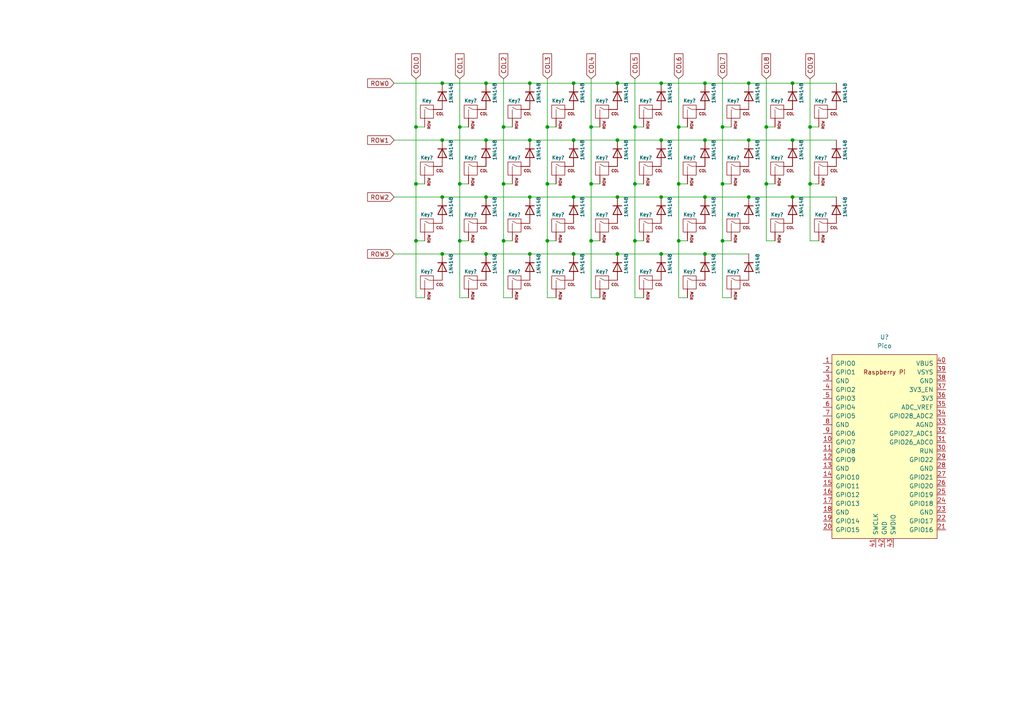
<source format=kicad_sch>
(kicad_sch (version 20211123) (generator eeschema)
  (paper "A4")
  (lib_symbols
    (symbol "Diode:1N4148" (pin_numbers hide) (pin_names hide)
      (property "Reference" "D" (at 0 2.54 0))
      (property "Value" "1N4148" (at 0 -2.54 0))
      (symbol "1N4148_0_1"
        (polyline (pts (xy -1.27 1.27) (xy -1.27 -1.27)) (stroke (width 0.254)))
        (polyline (pts (xy 1.27 0) (xy -1.27 0)))
        (polyline (pts (xy 1.27 1.27) (xy 1.27 -1.27) (xy -1.27 0) (xy 1.27 1.27)) (stroke (width 0.254)))
      )
      (symbol "1N4148_1_1"
        (pin passive line (at -3.81 0 0) (length 2.54) (name "K") (number "1"))
        (pin passive line (at 3.81 0 180) (length 2.54) (name "A") (number "2"))
      )
    )
    (symbol "MCU_RaspberryPi_and_Boards:Pico" (pin_names (offset 1.016))
      (property "Reference" "U" (at -13.97 27.94 0))
      (property "Value" "Pico" (at 0 19.05 0))
      (symbol "Pico_0_0"
        (text "Raspberry Pi" (at 0 21.59 0) (effects (font (size 1.27 1.27))))
      )
      (symbol "Pico_0_1"
        (rectangle (start -15.24 26.67) (end 15.24 -26.67) (fill (type background)))
      )
      (symbol "Pico_1_1"
        (pin bidirectional line (at -17.78 24.13 0) (length 2.54) (name "GPIO0") (number "1"))
        (pin bidirectional line (at -17.78 1.27 0) (length 2.54) (name "GPIO7") (number "10"))
        (pin bidirectional line (at -17.78 -1.27 0) (length 2.54) (name "GPIO8") (number "11"))
        (pin bidirectional line (at -17.78 -3.81 0) (length 2.54) (name "GPIO9") (number "12"))
        (pin power_in line (at -17.78 -6.35 0) (length 2.54) (name "GND") (number "13"))
        (pin bidirectional line (at -17.78 -8.89 0) (length 2.54) (name "GPIO10") (number "14"))
        (pin bidirectional line (at -17.78 -11.43 0) (length 2.54) (name "GPIO11") (number "15"))
        (pin bidirectional line (at -17.78 -13.97 0) (length 2.54) (name "GPIO12") (number "16"))
        (pin bidirectional line (at -17.78 -16.51 0) (length 2.54) (name "GPIO13") (number "17"))
        (pin power_in line (at -17.78 -19.05 0) (length 2.54) (name "GND") (number "18"))
        (pin bidirectional line (at -17.78 -21.59 0) (length 2.54) (name "GPIO14") (number "19"))
        (pin bidirectional line (at -17.78 21.59 0) (length 2.54) (name "GPIO1") (number "2"))
        (pin bidirectional line (at -17.78 -24.13 0) (length 2.54) (name "GPIO15") (number "20"))
        (pin bidirectional line (at 17.78 -24.13 180) (length 2.54) (name "GPIO16") (number "21"))
        (pin bidirectional line (at 17.78 -21.59 180) (length 2.54) (name "GPIO17") (number "22"))
        (pin power_in line (at 17.78 -19.05 180) (length 2.54) (name "GND") (number "23"))
        (pin bidirectional line (at 17.78 -16.51 180) (length 2.54) (name "GPIO18") (number "24"))
        (pin bidirectional line (at 17.78 -13.97 180) (length 2.54) (name "GPIO19") (number "25"))
        (pin bidirectional line (at 17.78 -11.43 180) (length 2.54) (name "GPIO20") (number "26"))
        (pin bidirectional line (at 17.78 -8.89 180) (length 2.54) (name "GPIO21") (number "27"))
        (pin power_in line (at 17.78 -6.35 180) (length 2.54) (name "GND") (number "28"))
        (pin bidirectional line (at 17.78 -3.81 180) (length 2.54) (name "GPIO22") (number "29"))
        (pin power_in line (at -17.78 19.05 0) (length 2.54) (name "GND") (number "3"))
        (pin input line (at 17.78 -1.27 180) (length 2.54) (name "RUN") (number "30"))
        (pin bidirectional line (at 17.78 1.27 180) (length 2.54) (name "GPIO26_ADC0") (number "31"))
        (pin bidirectional line (at 17.78 3.81 180) (length 2.54) (name "GPIO27_ADC1") (number "32"))
        (pin power_in line (at 17.78 6.35 180) (length 2.54) (name "AGND") (number "33"))
        (pin bidirectional line (at 17.78 8.89 180) (length 2.54) (name "GPIO28_ADC2") (number "34"))
        (pin unspecified line (at 17.78 11.43 180) (length 2.54) (name "ADC_VREF") (number "35"))
        (pin unspecified line (at 17.78 13.97 180) (length 2.54) (name "3V3") (number "36"))
        (pin input line (at 17.78 16.51 180) (length 2.54) (name "3V3_EN") (number "37"))
        (pin bidirectional line (at 17.78 19.05 180) (length 2.54) (name "GND") (number "38"))
        (pin unspecified line (at 17.78 21.59 180) (length 2.54) (name "VSYS") (number "39"))
        (pin bidirectional line (at -17.78 16.51 0) (length 2.54) (name "GPIO2") (number "4"))
        (pin unspecified line (at 17.78 24.13 180) (length 2.54) (name "VBUS") (number "40"))
        (pin input line (at -2.54 -29.21 90) (length 2.54) (name "SWCLK") (number "41"))
        (pin power_in line (at 0 -29.21 90) (length 2.54) (name "GND") (number "42"))
        (pin bidirectional line (at 2.54 -29.21 90) (length 2.54) (name "SWDIO") (number "43"))
        (pin bidirectional line (at -17.78 13.97 0) (length 2.54) (name "GPIO3") (number "5"))
        (pin bidirectional line (at -17.78 11.43 0) (length 2.54) (name "GPIO4") (number "6"))
        (pin bidirectional line (at -17.78 8.89 0) (length 2.54) (name "GPIO5") (number "7"))
        (pin power_in line (at -17.78 6.35 0) (length 2.54) (name "GND") (number "8"))
        (pin bidirectional line (at -17.78 3.81 0) (length 2.54) (name "GPIO6") (number "9"))
      )
    )
    (symbol "MX_Alps_Hybrid:MX-NoLED" (pin_names (offset 1.016))
      (property "Reference" "MX" (at -0.635 3.81 0))
      (property "Value" "MX-NoLED" (at -0.635 1.27 0))
      (symbol "MX-NoLED_0_0"
        (rectangle (start -2.54 2.54) (end 1.27 -1.27))
        (polyline (pts (xy -1.27 -1.27) (xy -1.27 1.27)) (stroke (width 0.127)))
        (polyline (pts (xy 1.27 1.27) (xy 0 1.27) (xy -1.27 1.905)) (stroke (width 0.127)))
        (text "COL" (at 3.175 0 0) (effects (font (size 0.762 0.762))))
        (text "ROW" (at 0 -1.905 900) (effects (font (size 0.762 0.762)) (justify right)))
      )
      (symbol "MX-NoLED_1_1"
        (pin passive line (at 3.81 1.27 180) (length 2.54) (name "COL") (number "1"))
        (pin passive line (at -1.27 -3.81 90) (length 2.54) (name "ROW") (number "2"))
      )
    )
  )
  (junction (at 153.67 40.64))
  (junction (at 166.37 57.15))
  (junction (at 146.05 69.85))
  (junction (at 120.65 69.85))
  (junction (at 209.55 53.34))
  (junction (at 196.85 36.83))
  (junction (at 140.97 24.13))
  (junction (at 196.85 53.34))
  (junction (at 158.75 36.83))
  (junction (at 191.77 40.64))
  (junction (at 158.75 53.34))
  (junction (at 153.67 24.13))
  (junction (at 166.37 73.66))
  (junction (at 217.17 40.64))
  (junction (at 179.07 24.13))
  (junction (at 179.07 57.15))
  (junction (at 179.07 73.66))
  (junction (at 133.35 53.34))
  (junction (at 229.87 24.13))
  (junction (at 146.05 36.83))
  (junction (at 140.97 40.64))
  (junction (at 217.17 57.15))
  (junction (at 191.77 57.15))
  (junction (at 234.95 36.83))
  (junction (at 184.15 53.34))
  (junction (at 171.45 69.85))
  (junction (at 133.35 36.83))
  (junction (at 204.47 24.13))
  (junction (at 229.87 57.15))
  (junction (at 128.27 24.13))
  (junction (at 204.47 73.66))
  (junction (at 184.15 69.85))
  (junction (at 133.35 69.85))
  (junction (at 204.47 40.64))
  (junction (at 120.65 36.83))
  (junction (at 222.25 36.83))
  (junction (at 140.97 73.66))
  (junction (at 153.67 57.15))
  (junction (at 166.37 40.64))
  (junction (at 222.25 53.34))
  (junction (at 146.05 53.34))
  (junction (at 179.07 40.64))
  (junction (at 128.27 73.66))
  (junction (at 120.65 53.34))
  (junction (at 229.87 40.64))
  (junction (at 153.67 73.66))
  (junction (at 217.17 24.13))
  (junction (at 209.55 36.83))
  (junction (at 158.75 69.85))
  (junction (at 171.45 36.83))
  (junction (at 184.15 36.83))
  (junction (at 166.37 24.13))
  (junction (at 128.27 57.15))
  (junction (at 209.55 69.85))
  (junction (at 191.77 73.66))
  (junction (at 204.47 57.15))
  (junction (at 171.45 53.34))
  (junction (at 191.77 24.13))
  (junction (at 128.27 40.64))
  (junction (at 140.97 57.15))
  (junction (at 234.95 53.34))
  (junction (at 196.85 69.85))
  (wire (pts (xy 128.27 57.15) (xy 140.97 57.15)))
  (wire (pts (xy 153.67 24.13) (xy 166.37 24.13)))
  (wire (pts (xy 209.55 53.34) (xy 212.09 53.34)))
  (wire (pts (xy 171.45 53.34) (xy 173.99 53.34)))
  (wire (pts (xy 171.45 22.86) (xy 171.45 36.83)))
  (wire (pts (xy 133.35 53.34) (xy 135.89 53.34)))
  (wire (pts (xy 133.35 69.85) (xy 133.35 53.34)))
  (wire (pts (xy 120.65 53.34) (xy 120.65 36.83)))
  (wire (pts (xy 184.15 86.36) (xy 186.69 86.36)))
  (wire (pts (xy 209.55 36.83) (xy 212.09 36.83)))
  (wire (pts (xy 209.55 22.86) (xy 209.55 36.83)))
  (wire (pts (xy 146.05 69.85) (xy 148.59 69.85)))
  (wire (pts (xy 234.95 53.34) (xy 234.95 36.83)))
  (wire (pts (xy 184.15 53.34) (xy 184.15 36.83)))
  (wire (pts (xy 196.85 53.34) (xy 199.39 53.34)))
  (wire (pts (xy 166.37 24.13) (xy 179.07 24.13)))
  (wire (pts (xy 191.77 40.64) (xy 204.47 40.64)))
  (wire (pts (xy 146.05 22.86) (xy 146.05 36.83)))
  (wire (pts (xy 171.45 69.85) (xy 173.99 69.85)))
  (wire (pts (xy 158.75 86.36) (xy 161.29 86.36)))
  (wire (pts (xy 234.95 22.86) (xy 234.95 36.83)))
  (wire (pts (xy 184.15 36.83) (xy 186.69 36.83)))
  (wire (pts (xy 222.25 36.83) (xy 224.79 36.83)))
  (wire (pts (xy 196.85 69.85) (xy 196.85 53.34)))
  (wire (pts (xy 146.05 53.34) (xy 146.05 36.83)))
  (wire (pts (xy 191.77 73.66) (xy 204.47 73.66)))
  (wire (pts (xy 146.05 86.36) (xy 146.05 69.85)))
  (wire (pts (xy 234.95 69.85) (xy 234.95 53.34)))
  (wire (pts (xy 217.17 24.13) (xy 229.87 24.13)))
  (wire (pts (xy 140.97 40.64) (xy 153.67 40.64)))
  (wire (pts (xy 133.35 69.85) (xy 135.89 69.85)))
  (wire (pts (xy 171.45 86.36) (xy 171.45 69.85)))
  (wire (pts (xy 196.85 86.36) (xy 196.85 69.85)))
  (wire (pts (xy 166.37 73.66) (xy 179.07 73.66)))
  (wire (pts (xy 184.15 69.85) (xy 186.69 69.85)))
  (wire (pts (xy 146.05 86.36) (xy 148.59 86.36)))
  (wire (pts (xy 209.55 53.34) (xy 209.55 36.83)))
  (wire (pts (xy 158.75 53.34) (xy 161.29 53.34)))
  (wire (pts (xy 158.75 69.85) (xy 161.29 69.85)))
  (wire (pts (xy 158.75 36.83) (xy 161.29 36.83)))
  (wire (pts (xy 191.77 57.15) (xy 204.47 57.15)))
  (wire (pts (xy 158.75 86.36) (xy 158.75 69.85)))
  (wire (pts (xy 114.3 57.15) (xy 128.27 57.15)))
  (wire (pts (xy 204.47 73.66) (xy 217.17 73.66)))
  (wire (pts (xy 222.25 53.34) (xy 224.79 53.34)))
  (wire (pts (xy 204.47 57.15) (xy 217.17 57.15)))
  (wire (pts (xy 171.45 86.36) (xy 173.99 86.36)))
  (wire (pts (xy 234.95 69.85) (xy 237.49 69.85)))
  (wire (pts (xy 204.47 24.13) (xy 217.17 24.13)))
  (wire (pts (xy 191.77 24.13) (xy 204.47 24.13)))
  (wire (pts (xy 128.27 73.66) (xy 140.97 73.66)))
  (wire (pts (xy 128.27 24.13) (xy 140.97 24.13)))
  (wire (pts (xy 128.27 40.64) (xy 140.97 40.64)))
  (wire (pts (xy 229.87 40.64) (xy 242.57 40.64)))
  (wire (pts (xy 140.97 57.15) (xy 153.67 57.15)))
  (wire (pts (xy 184.15 22.86) (xy 184.15 36.83)))
  (wire (pts (xy 158.75 22.86) (xy 158.75 36.83)))
  (wire (pts (xy 140.97 24.13) (xy 153.67 24.13)))
  (wire (pts (xy 217.17 57.15) (xy 229.87 57.15)))
  (wire (pts (xy 114.3 24.13) (xy 128.27 24.13)))
  (wire (pts (xy 209.55 69.85) (xy 209.55 53.34)))
  (wire (pts (xy 158.75 69.85) (xy 158.75 53.34)))
  (wire (pts (xy 222.25 22.86) (xy 222.25 36.83)))
  (wire (pts (xy 120.65 86.36) (xy 120.65 69.85)))
  (wire (pts (xy 133.35 36.83) (xy 135.89 36.83)))
  (wire (pts (xy 171.45 69.85) (xy 171.45 53.34)))
  (wire (pts (xy 114.3 40.64) (xy 128.27 40.64)))
  (wire (pts (xy 209.55 69.85) (xy 212.09 69.85)))
  (wire (pts (xy 133.35 86.36) (xy 135.89 86.36)))
  (wire (pts (xy 146.05 69.85) (xy 146.05 53.34)))
  (wire (pts (xy 204.47 40.64) (xy 217.17 40.64)))
  (wire (pts (xy 222.25 69.85) (xy 222.25 53.34)))
  (wire (pts (xy 179.07 57.15) (xy 191.77 57.15)))
  (wire (pts (xy 133.35 86.36) (xy 133.35 69.85)))
  (wire (pts (xy 179.07 40.64) (xy 191.77 40.64)))
  (wire (pts (xy 196.85 36.83) (xy 199.39 36.83)))
  (wire (pts (xy 217.17 40.64) (xy 229.87 40.64)))
  (wire (pts (xy 234.95 36.83) (xy 237.49 36.83)))
  (wire (pts (xy 166.37 40.64) (xy 179.07 40.64)))
  (wire (pts (xy 158.75 53.34) (xy 158.75 36.83)))
  (wire (pts (xy 153.67 57.15) (xy 166.37 57.15)))
  (wire (pts (xy 120.65 36.83) (xy 123.19 36.83)))
  (wire (pts (xy 153.67 73.66) (xy 166.37 73.66)))
  (wire (pts (xy 120.65 69.85) (xy 120.65 53.34)))
  (wire (pts (xy 120.65 22.86) (xy 120.65 36.83)))
  (wire (pts (xy 196.85 53.34) (xy 196.85 36.83)))
  (wire (pts (xy 229.87 24.13) (xy 242.57 24.13)))
  (wire (pts (xy 196.85 69.85) (xy 199.39 69.85)))
  (wire (pts (xy 120.65 86.36) (xy 123.19 86.36)))
  (wire (pts (xy 166.37 57.15) (xy 179.07 57.15)))
  (wire (pts (xy 133.35 53.34) (xy 133.35 36.83)))
  (wire (pts (xy 114.3 73.66) (xy 128.27 73.66)))
  (wire (pts (xy 171.45 53.34) (xy 171.45 36.83)))
  (wire (pts (xy 179.07 73.66) (xy 191.77 73.66)))
  (wire (pts (xy 184.15 69.85) (xy 184.15 53.34)))
  (wire (pts (xy 140.97 73.66) (xy 153.67 73.66)))
  (wire (pts (xy 184.15 53.34) (xy 186.69 53.34)))
  (wire (pts (xy 234.95 53.34) (xy 237.49 53.34)))
  (wire (pts (xy 171.45 36.83) (xy 173.99 36.83)))
  (wire (pts (xy 120.65 69.85) (xy 123.19 69.85)))
  (wire (pts (xy 179.07 24.13) (xy 191.77 24.13)))
  (wire (pts (xy 146.05 53.34) (xy 148.59 53.34)))
  (wire (pts (xy 146.05 36.83) (xy 148.59 36.83)))
  (wire (pts (xy 196.85 86.36) (xy 199.39 86.36)))
  (wire (pts (xy 196.85 22.86) (xy 196.85 36.83)))
  (wire (pts (xy 229.87 57.15) (xy 242.57 57.15)))
  (wire (pts (xy 209.55 86.36) (xy 212.09 86.36)))
  (wire (pts (xy 209.55 86.36) (xy 209.55 69.85)))
  (wire (pts (xy 184.15 86.36) (xy 184.15 69.85)))
  (wire (pts (xy 222.25 69.85) (xy 224.79 69.85)))
  (wire (pts (xy 222.25 53.34) (xy 222.25 36.83)))
  (wire (pts (xy 153.67 40.64) (xy 166.37 40.64)))
  (wire (pts (xy 120.65 53.34) (xy 123.19 53.34)))
  (wire (pts (xy 133.35 22.86) (xy 133.35 36.83)))
  (global_label "COL4" (shape input) (at 171.45 22.86 90) (property "Intersheet References" "${INTERSHEET_REFS}" (effects hide)))
  (global_label "COL1" (shape input) (at 133.35 22.86 90) (property "Intersheet References" "${INTERSHEET_REFS}" (effects hide)))
  (global_label "ROW0" (shape input) (at 114.3 24.13 180) (property "Intersheet References" "${INTERSHEET_REFS}" (effects hide)))
  (global_label "ROW3" (shape input) (at 114.3 73.66 180) (property "Intersheet References" "${INTERSHEET_REFS}" (effects hide)))
  (global_label "COL2" (shape input) (at 146.05 22.86 90) (property "Intersheet References" "${INTERSHEET_REFS}" (effects hide)))
  (global_label "COL0" (shape input) (at 120.65 22.86 90) (property "Intersheet References" "${INTERSHEET_REFS}" (effects hide)))
  (global_label "ROW2" (shape input) (at 114.3 57.15 180) (property "Intersheet References" "${INTERSHEET_REFS}" (effects hide)))
  (global_label "COL7" (shape input) (at 209.55 22.86 90) (property "Intersheet References" "${INTERSHEET_REFS}" (effects hide)))
  (global_label "COL8" (shape input) (at 222.25 22.86 90) (property "Intersheet References" "${INTERSHEET_REFS}" (effects hide)))
  (global_label "COL9" (shape input) (at 234.95 22.86 90) (property "Intersheet References" "${INTERSHEET_REFS}" (effects hide)))
  (global_label "ROW1" (shape input) (at 114.3 40.64 180) (property "Intersheet References" "${INTERSHEET_REFS}" (effects hide)))
  (global_label "COL6" (shape input) (at 196.85 22.86 90) (property "Intersheet References" "${INTERSHEET_REFS}" (effects hide)))
  (global_label "COL3" (shape input) (at 158.75 22.86 90) (property "Intersheet References" "${INTERSHEET_REFS}" (effects hide)))
  (global_label "COL5" (shape input) (at 184.15 22.86 90) (property "Intersheet References" "${INTERSHEET_REFS}" (effects hide)))
  (symbol (lib_id "Diode:1N4148") (at 191.77 27.94 270) (unit 1)
    (property "Reference" "D?" (effects hide))
    (property "Value" "1N4148" (at 194.31 30 0) (effects (font (size 1 1)) (justify right)))
    (property "Footprint" "Diode_THT:D_DO-35_SOD27_P7.62mm_Horizontal" (effects hide))
    (property "Datasheet" "https://assets.nexperia.com/documents/data-sheet/1N4148_1N4448.pdf" (effects hide))
  )
  (symbol (lib_id "MX_Alps_Hybrid:MX-NoLED") (at 149.86 82.55 0) (unit 1)
    (property "Reference" "Key?" (at 149.2 78.74 0) (effects (font (size 1 1))))
    (property "Value" "no-led" (effects hide))
  )
  (symbol (lib_id "MX_Alps_Hybrid:MX-NoLED") (at 187.96 49.53 0) (unit 1)
    (property "Reference" "Key?" (at 187.3 45.72 0) (effects (font (size 1 1))))
    (property "Value" "no-led" (effects hide))
  )
  (symbol (lib_id "Diode:1N4148") (at 217.17 77.47 270) (unit 1)
    (property "Reference" "D?" (effects hide))
    (property "Value" "1N4148" (at 219.71 79.53 0) (effects (font (size 1 1)) (justify right)))
    (property "Footprint" "Diode_THT:D_DO-35_SOD27_P7.62mm_Horizontal" (effects hide))
    (property "Datasheet" "https://assets.nexperia.com/documents/data-sheet/1N4148_1N4448.pdf" (effects hide))
  )
  (symbol (lib_id "Diode:1N4148") (at 153.67 27.94 270) (unit 1)
    (property "Reference" "D?" (effects hide))
    (property "Value" "1N4148" (at 156.21 30 0) (effects (font (size 1 1)) (justify right)))
    (property "Footprint" "Diode_THT:D_DO-35_SOD27_P7.62mm_Horizontal" (effects hide))
    (property "Datasheet" "https://assets.nexperia.com/documents/data-sheet/1N4148_1N4448.pdf" (effects hide))
  )
  (symbol (lib_id "Diode:1N4148") (at 204.47 27.94 270) (unit 1)
    (property "Reference" "D?" (effects hide))
    (property "Value" "1N4148" (at 207.01 30 0) (effects (font (size 1 1)) (justify right)))
    (property "Footprint" "Diode_THT:D_DO-35_SOD27_P7.62mm_Horizontal" (effects hide))
    (property "Datasheet" "https://assets.nexperia.com/documents/data-sheet/1N4148_1N4448.pdf" (effects hide))
  )
  (symbol (lib_id "MX_Alps_Hybrid:MX-NoLED") (at 238.76 66.04 0) (unit 1)
    (property "Reference" "Key?" (at 238.1 62.23 0) (effects (font (size 1 1))))
    (property "Value" "no-led" (effects hide))
  )
  (symbol (lib_id "Diode:1N4148") (at 217.17 44.45 270) (unit 1)
    (property "Reference" "D?" (effects hide))
    (property "Value" "1N4148" (at 219.71 46.51 0) (effects (font (size 1 1)) (justify right)))
    (property "Footprint" "Diode_THT:D_DO-35_SOD27_P7.62mm_Horizontal" (effects hide))
    (property "Datasheet" "https://assets.nexperia.com/documents/data-sheet/1N4148_1N4448.pdf" (effects hide))
  )
  (symbol (lib_id "Diode:1N4148") (at 140.97 60.96 270) (unit 1)
    (property "Reference" "D?" (effects hide))
    (property "Value" "1N4148" (at 143.51 63.02 0) (effects (font (size 1 1)) (justify right)))
    (property "Footprint" "Diode_THT:D_DO-35_SOD27_P7.62mm_Horizontal" (effects hide))
    (property "Datasheet" "https://assets.nexperia.com/documents/data-sheet/1N4148_1N4448.pdf" (effects hide))
  )
  (symbol (lib_id "Diode:1N4148") (at 166.37 77.47 270) (unit 1)
    (property "Reference" "D?" (effects hide))
    (property "Value" "1N4148" (at 168.91 79.53 0) (effects (font (size 1 1)) (justify right)))
    (property "Footprint" "Diode_THT:D_DO-35_SOD27_P7.62mm_Horizontal" (effects hide))
    (property "Datasheet" "https://assets.nexperia.com/documents/data-sheet/1N4148_1N4448.pdf" (effects hide))
  )
  (symbol (lib_id "MX_Alps_Hybrid:MX-NoLED") (at 226.06 33.02 0) (unit 1)
    (property "Reference" "Key?" (at 225.4 29.21 0) (effects (font (size 1 1))))
    (property "Value" "no-led" (effects hide))
  )
  (symbol (lib_id "MX_Alps_Hybrid:MX-NoLED") (at 124.46 82.55 0) (unit 1)
    (property "Reference" "Key?" (at 123.8 78.74 0) (effects (font (size 1 1))))
    (property "Value" "no-led" (effects hide))
  )
  (symbol (lib_id "MX_Alps_Hybrid:MX-NoLED") (at 149.86 49.53 0) (unit 1)
    (property "Reference" "Key?" (at 149.2 45.72 0) (effects (font (size 1 1))))
    (property "Value" "no-led" (effects hide))
  )
  (symbol (lib_id "Diode:1N4148") (at 217.17 27.94 270) (unit 1)
    (property "Reference" "D?" (effects hide))
    (property "Value" "1N4148" (at 219.71 30 0) (effects (font (size 1 1)) (justify right)))
    (property "Footprint" "Diode_THT:D_DO-35_SOD27_P7.62mm_Horizontal" (effects hide))
    (property "Datasheet" "https://assets.nexperia.com/documents/data-sheet/1N4148_1N4448.pdf" (effects hide))
  )
  (symbol (lib_id "MX_Alps_Hybrid:MX-NoLED") (at 162.56 49.53 0) (unit 1)
    (property "Reference" "Key?" (at 161.9 45.72 0) (effects (font (size 1 1))))
    (property "Value" "no-led" (effects hide))
  )
  (symbol (lib_id "MX_Alps_Hybrid:MX-NoLED") (at 200.66 33.02 0) (unit 1)
    (property "Reference" "Key?" (at 200 29.21 0) (effects (font (size 1 1))))
    (property "Value" "no-led" (effects hide))
  )
  (symbol (lib_id "Diode:1N4148") (at 128.27 44.45 270) (unit 1)
    (property "Reference" "D?" (effects hide))
    (property "Value" "1N4148" (at 130.81 46.51 0) (effects (font (size 1 1)) (justify right)))
    (property "Footprint" "Diode_THT:D_DO-35_SOD27_P7.62mm_Horizontal" (effects hide))
    (property "Datasheet" "https://assets.nexperia.com/documents/data-sheet/1N4148_1N4448.pdf" (effects hide))
  )
  (symbol (lib_id "MX_Alps_Hybrid:MX-NoLED") (at 175.26 33.02 0) (unit 1)
    (property "Reference" "Key?" (at 174.6 29.21 0) (effects (font (size 1 1))))
    (property "Value" "no-led" (effects hide))
  )
  (symbol (lib_id "Diode:1N4148") (at 204.47 77.47 270) (unit 1)
    (property "Reference" "D?" (effects hide))
    (property "Value" "1N4148" (at 207.01 79.53 0) (effects (font (size 1 1)) (justify right)))
    (property "Footprint" "Diode_THT:D_DO-35_SOD27_P7.62mm_Horizontal" (effects hide))
    (property "Datasheet" "https://assets.nexperia.com/documents/data-sheet/1N4148_1N4448.pdf" (effects hide))
  )
  (symbol (lib_id "MX_Alps_Hybrid:MX-NoLED") (at 238.76 49.53 0) (unit 1)
    (property "Reference" "Key?" (at 238.1 45.72 0) (effects (font (size 1 1))))
    (property "Value" "no-led" (effects hide))
  )
  (symbol (lib_id "Diode:1N4148") (at 229.87 27.94 270) (unit 1)
    (property "Reference" "D?" (effects hide))
    (property "Value" "1N4148" (at 232.41 30 0) (effects (font (size 1 1)) (justify right)))
    (property "Footprint" "Diode_THT:D_DO-35_SOD27_P7.62mm_Horizontal" (effects hide))
    (property "Datasheet" "https://assets.nexperia.com/documents/data-sheet/1N4148_1N4448.pdf" (effects hide))
  )
  (symbol (lib_id "MX_Alps_Hybrid:MX-NoLED") (at 175.26 49.53 0) (unit 1)
    (property "Reference" "Key?" (at 174.6 45.72 0) (effects (font (size 1 1))))
    (property "Value" "no-led" (effects hide))
  )
  (symbol (lib_id "MX_Alps_Hybrid:MX-NoLED") (at 187.96 82.55 0) (unit 1)
    (property "Reference" "Key?" (at 187.3 78.74 0) (effects (font (size 1 1))))
    (property "Value" "no-led" (effects hide))
  )
  (symbol (lib_id "MX_Alps_Hybrid:MX-NoLED") (at 200.66 82.55 0) (unit 1)
    (property "Reference" "Key?" (at 200 78.74 0) (effects (font (size 1 1))))
    (property "Value" "no-led" (effects hide))
  )
  (symbol (lib_id "MX_Alps_Hybrid:MX-NoLED") (at 213.36 49.53 0) (unit 1)
    (property "Reference" "Key?" (at 212.7 45.72 0) (effects (font (size 1 1))))
    (property "Value" "no-led" (effects hide))
  )
  (symbol (lib_id "Diode:1N4148") (at 242.57 44.45 270) (unit 1)
    (property "Reference" "D?" (effects hide))
    (property "Value" "1N4148" (at 245.11 46.51 0) (effects (font (size 1 1)) (justify right)))
    (property "Footprint" "Diode_THT:D_DO-35_SOD27_P7.62mm_Horizontal" (effects hide))
    (property "Datasheet" "https://assets.nexperia.com/documents/data-sheet/1N4148_1N4448.pdf" (effects hide))
  )
  (symbol (lib_id "Diode:1N4148") (at 191.77 77.47 270) (unit 1)
    (property "Reference" "D?" (effects hide))
    (property "Value" "1N4148" (at 194.31 79.53 0) (effects (font (size 1 1)) (justify right)))
    (property "Footprint" "Diode_THT:D_DO-35_SOD27_P7.62mm_Horizontal" (effects hide))
    (property "Datasheet" "https://assets.nexperia.com/documents/data-sheet/1N4148_1N4448.pdf" (effects hide))
  )
  (symbol (lib_id "Diode:1N4148") (at 153.67 77.47 270) (unit 1)
    (property "Reference" "D?" (effects hide))
    (property "Value" "1N4148" (at 156.21 79.53 0) (effects (font (size 1 1)) (justify right)))
    (property "Footprint" "Diode_THT:D_DO-35_SOD27_P7.62mm_Horizontal" (effects hide))
    (property "Datasheet" "https://assets.nexperia.com/documents/data-sheet/1N4148_1N4448.pdf" (effects hide))
  )
  (symbol (lib_id "Diode:1N4148") (at 179.07 27.94 270) (unit 1)
    (property "Reference" "D?" (effects hide))
    (property "Value" "1N4148" (at 181.61 30 0) (effects (font (size 1 1)) (justify right)))
    (property "Footprint" "Diode_THT:D_DO-35_SOD27_P7.62mm_Horizontal" (effects hide))
    (property "Datasheet" "https://assets.nexperia.com/documents/data-sheet/1N4148_1N4448.pdf" (effects hide))
  )
  (symbol (lib_id "Diode:1N4148") (at 153.67 60.96 270) (unit 1)
    (property "Reference" "D?" (effects hide))
    (property "Value" "1N4148" (at 156.21 63.02 0) (effects (font (size 1 1)) (justify right)))
    (property "Footprint" "Diode_THT:D_DO-35_SOD27_P7.62mm_Horizontal" (effects hide))
    (property "Datasheet" "https://assets.nexperia.com/documents/data-sheet/1N4148_1N4448.pdf" (effects hide))
  )
  (symbol (lib_id "MX_Alps_Hybrid:MX-NoLED") (at 200.66 66.04 0) (unit 1)
    (property "Reference" "Key?" (at 200 62.23 0) (effects (font (size 1 1))))
    (property "Value" "no-led" (effects hide))
  )
  (symbol (lib_id "MX_Alps_Hybrid:MX-NoLED") (at 200.66 49.53 0) (unit 1)
    (property "Reference" "Key?" (at 200 45.72 0) (effects (font (size 1 1))))
    (property "Value" "no-led" (effects hide))
  )
  (symbol (lib_id "MX_Alps_Hybrid:MX-NoLED") (at 175.26 66.04 0) (unit 1)
    (property "Reference" "Key?" (at 174.6 62.23 0) (effects (font (size 1 1))))
    (property "Value" "no-led" (effects hide))
  )
  (symbol (lib_id "MX_Alps_Hybrid:MX-NoLED") (at 149.86 33.02 0) (unit 1)
    (property "Reference" "Key?" (at 149.2 29.21 0) (effects (font (size 1 1))))
    (property "Value" "no-led" (effects hide))
  )
  (symbol (lib_id "Diode:1N4148") (at 153.67 44.45 270) (unit 1)
    (property "Reference" "D?" (effects hide))
    (property "Value" "1N4148" (at 156.21 46.51 0) (effects (font (size 1 1)) (justify right)))
    (property "Footprint" "Diode_THT:D_DO-35_SOD27_P7.62mm_Horizontal" (effects hide))
    (property "Datasheet" "https://assets.nexperia.com/documents/data-sheet/1N4148_1N4448.pdf" (effects hide))
  )
  (symbol (lib_id "Diode:1N4148") (at 229.87 60.96 270) (unit 1)
    (property "Reference" "D?" (effects hide))
    (property "Value" "1N4148" (at 232.41 63.02 0) (effects (font (size 1 1)) (justify right)))
    (property "Footprint" "Diode_THT:D_DO-35_SOD27_P7.62mm_Horizontal" (effects hide))
    (property "Datasheet" "https://assets.nexperia.com/documents/data-sheet/1N4148_1N4448.pdf" (effects hide))
  )
  (symbol (lib_id "Diode:1N4148") (at 204.47 60.96 270) (unit 1)
    (property "Reference" "D?" (effects hide))
    (property "Value" "1N4148" (at 207.01 63.02 0) (effects (font (size 1 1)) (justify right)))
    (property "Footprint" "Diode_THT:D_DO-35_SOD27_P7.62mm_Horizontal" (effects hide))
    (property "Datasheet" "https://assets.nexperia.com/documents/data-sheet/1N4148_1N4448.pdf" (effects hide))
  )
  (symbol (lib_id "Diode:1N4148") (at 191.77 44.45 270) (unit 1)
    (property "Reference" "D?" (effects hide))
    (property "Value" "1N4148" (at 194.31 46.51 0) (effects (font (size 1 1)) (justify right)))
    (property "Footprint" "Diode_THT:D_DO-35_SOD27_P7.62mm_Horizontal" (effects hide))
    (property "Datasheet" "https://assets.nexperia.com/documents/data-sheet/1N4148_1N4448.pdf" (effects hide))
  )
  (symbol (lib_id "MX_Alps_Hybrid:MX-NoLED") (at 187.96 33.02 0) (unit 1)
    (property "Reference" "Key?" (at 187.3 29.21 0) (effects (font (size 1 1))))
    (property "Value" "no-led" (effects hide))
  )
  (symbol (lib_id "MX_Alps_Hybrid:MX-NoLED") (at 238.76 33.02 0) (unit 1)
    (property "Reference" "Key?" (at 238.1 29.21 0) (effects (font (size 1 1))))
    (property "Value" "no-led" (effects hide))
  )
  (symbol (lib_id "MX_Alps_Hybrid:MX-NoLED") (at 137.16 33.02 0) (unit 1)
    (property "Reference" "Key?" (at 136.5 29.21 0) (effects (font (size 1 1))))
    (property "Value" "no-led" (effects hide))
  )
  (symbol (lib_id "Diode:1N4148") (at 128.27 77.47 270) (unit 1)
    (property "Reference" "D?" (effects hide))
    (property "Value" "1N4148" (at 130.81 79.53 0) (effects (font (size 1 1)) (justify right)))
    (property "Footprint" "Diode_THT:D_DO-35_SOD27_P7.62mm_Horizontal" (effects hide))
    (property "Datasheet" "https://assets.nexperia.com/documents/data-sheet/1N4148_1N4448.pdf" (effects hide))
  )
  (symbol (lib_id "Diode:1N4148") (at 242.57 60.96 270) (unit 1)
    (property "Reference" "D?" (effects hide))
    (property "Value" "1N4148" (at 245.11 63.02 0) (effects (font (size 1 1)) (justify right)))
    (property "Footprint" "Diode_THT:D_DO-35_SOD27_P7.62mm_Horizontal" (effects hide))
    (property "Datasheet" "https://assets.nexperia.com/documents/data-sheet/1N4148_1N4448.pdf" (effects hide))
  )
  (symbol (lib_id "MX_Alps_Hybrid:MX-NoLED") (at 226.06 49.53 0) (unit 1)
    (property "Reference" "Key?" (at 225.4 45.72 0) (effects (font (size 1 1))))
    (property "Value" "no-led" (effects hide))
  )
  (symbol (lib_id "MX_Alps_Hybrid:MX-NoLED") (at 124.46 33.02 0) (unit 1)
    (property "Reference" "Key" (at 123.8 29.21 0) (effects (font (size 1 1))))
    (property "Value" "no-led" (effects hide))
  )
  (symbol (lib_id "MCU_RaspberryPi_and_Boards:Pico") (at 256.54 129.54 0) (unit 1)
    (property "Reference" "U?" (at 256.54 97.79 0))
    (property "Value" "Pico" (at 256.54 100.33 0))
    (property "Footprint" "RPi_Pico:RPi_Pico_SMD_TH" (effects hide))
  )
  (symbol (lib_id "Diode:1N4148") (at 140.97 44.45 270) (unit 1)
    (property "Reference" "D?" (effects hide))
    (property "Value" "1N4148" (at 143.51 46.51 0) (effects (font (size 1 1)) (justify right)))
    (property "Footprint" "Diode_THT:D_DO-35_SOD27_P7.62mm_Horizontal" (effects hide))
    (property "Datasheet" "https://assets.nexperia.com/documents/data-sheet/1N4148_1N4448.pdf" (effects hide))
  )
  (symbol (lib_id "MX_Alps_Hybrid:MX-NoLED") (at 162.56 33.02 0) (unit 1)
    (property "Reference" "Key?" (at 161.9 29.21 0) (effects (font (size 1 1))))
    (property "Value" "no-led" (effects hide))
  )
  (symbol (lib_id "Diode:1N4148") (at 166.37 44.45 270) (unit 1)
    (property "Reference" "D?" (effects hide))
    (property "Value" "1N4148" (at 168.91 46.51 0) (effects (font (size 1 1)) (justify right)))
    (property "Footprint" "Diode_THT:D_DO-35_SOD27_P7.62mm_Horizontal" (effects hide))
    (property "Datasheet" "https://assets.nexperia.com/documents/data-sheet/1N4148_1N4448.pdf" (effects hide))
  )
  (symbol (lib_id "Diode:1N4148") (at 204.47 44.45 270) (unit 1)
    (property "Reference" "D?" (effects hide))
    (property "Value" "1N4148" (at 207.01 46.51 0) (effects (font (size 1 1)) (justify right)))
    (property "Footprint" "Diode_THT:D_DO-35_SOD27_P7.62mm_Horizontal" (effects hide))
    (property "Datasheet" "https://assets.nexperia.com/documents/data-sheet/1N4148_1N4448.pdf" (effects hide))
  )
  (symbol (lib_id "Diode:1N4148") (at 166.37 60.96 270) (unit 1)
    (property "Reference" "D?" (effects hide))
    (property "Value" "1N4148" (at 168.91 63.02 0) (effects (font (size 1 1)) (justify right)))
    (property "Footprint" "Diode_THT:D_DO-35_SOD27_P7.62mm_Horizontal" (effects hide))
    (property "Datasheet" "https://assets.nexperia.com/documents/data-sheet/1N4148_1N4448.pdf" (effects hide))
  )
  (symbol (lib_id "MX_Alps_Hybrid:MX-NoLED") (at 124.46 49.53 0) (unit 1)
    (property "Reference" "Key?" (at 123.8 45.72 0) (effects (font (size 1 1))))
    (property "Value" "no-led" (effects hide))
  )
  (symbol (lib_id "Diode:1N4148") (at 191.77 60.96 270) (unit 1)
    (property "Reference" "D?" (effects hide))
    (property "Value" "1N4148" (at 194.31 63.02 0) (effects (font (size 1 1)) (justify right)))
    (property "Footprint" "Diode_THT:D_DO-35_SOD27_P7.62mm_Horizontal" (effects hide))
    (property "Datasheet" "https://assets.nexperia.com/documents/data-sheet/1N4148_1N4448.pdf" (effects hide))
  )
  (symbol (lib_id "MX_Alps_Hybrid:MX-NoLED") (at 149.86 66.04 0) (unit 1)
    (property "Reference" "Key?" (at 149.2 62.23 0) (effects (font (size 1 1))))
    (property "Value" "no-led" (effects hide))
  )
  (symbol (lib_id "Diode:1N4148") (at 140.97 77.47 270) (unit 1)
    (property "Reference" "D?" (effects hide))
    (property "Value" "1N4148" (at 143.51 79.53 0) (effects (font (size 1 1)) (justify right)))
    (property "Footprint" "Diode_THT:D_DO-35_SOD27_P7.62mm_Horizontal" (effects hide))
    (property "Datasheet" "https://assets.nexperia.com/documents/data-sheet/1N4148_1N4448.pdf" (effects hide))
  )
  (symbol (lib_id "MX_Alps_Hybrid:MX-NoLED") (at 175.26 82.55 0) (unit 1)
    (property "Reference" "Key?" (at 174.6 78.74 0) (effects (font (size 1 1))))
    (property "Value" "no-led" (effects hide))
  )
  (symbol (lib_id "MX_Alps_Hybrid:MX-NoLED") (at 213.36 33.02 0) (unit 1)
    (property "Reference" "Key?" (at 212.7 29.21 0) (effects (font (size 1 1))))
    (property "Value" "no-led" (effects hide))
  )
  (symbol (lib_id "MX_Alps_Hybrid:MX-NoLED") (at 124.46 66.04 0) (unit 1)
    (property "Reference" "Key?" (at 123.8 62.23 0) (effects (font (size 1 1))))
    (property "Value" "no-led" (effects hide))
  )
  (symbol (lib_id "MX_Alps_Hybrid:MX-NoLED") (at 213.36 66.04 0) (unit 1)
    (property "Reference" "Key?" (at 212.7 62.23 0) (effects (font (size 1 1))))
    (property "Value" "no-led" (effects hide))
  )
  (symbol (lib_id "Diode:1N4148") (at 166.37 27.94 270) (unit 1)
    (property "Reference" "D?" (effects hide))
    (property "Value" "1N4148" (at 168.91 30 0) (effects (font (size 1 1)) (justify right)))
    (property "Footprint" "Diode_THT:D_DO-35_SOD27_P7.62mm_Horizontal" (effects hide))
    (property "Datasheet" "https://assets.nexperia.com/documents/data-sheet/1N4148_1N4448.pdf" (effects hide))
  )
  (symbol (lib_id "MX_Alps_Hybrid:MX-NoLED") (at 137.16 49.53 0) (unit 1)
    (property "Reference" "Key?" (at 136.5 45.72 0) (effects (font (size 1 1))))
    (property "Value" "no-led" (effects hide))
  )
  (symbol (lib_id "Diode:1N4148") (at 179.07 44.45 270) (unit 1)
    (property "Reference" "D?" (effects hide))
    (property "Value" "1N4148" (at 181.61 46.51 0) (effects (font (size 1 1)) (justify right)))
    (property "Footprint" "Diode_THT:D_DO-35_SOD27_P7.62mm_Horizontal" (effects hide))
    (property "Datasheet" "https://assets.nexperia.com/documents/data-sheet/1N4148_1N4448.pdf" (effects hide))
  )
  (symbol (lib_id "Diode:1N4148") (at 179.07 77.47 270) (unit 1)
    (property "Reference" "D?" (effects hide))
    (property "Value" "1N4148" (at 181.61 79.53 0) (effects (font (size 1 1)) (justify right)))
    (property "Footprint" "Diode_THT:D_DO-35_SOD27_P7.62mm_Horizontal" (effects hide))
    (property "Datasheet" "https://assets.nexperia.com/documents/data-sheet/1N4148_1N4448.pdf" (effects hide))
  )
  (symbol (lib_id "Diode:1N4148") (at 140.97 27.94 270) (unit 1)
    (property "Reference" "D?" (effects hide))
    (property "Value" "1N4148" (at 143.51 30 0) (effects (font (size 1 1)) (justify right)))
    (property "Footprint" "Diode_THT:D_DO-35_SOD27_P7.62mm_Horizontal" (effects hide))
    (property "Datasheet" "https://assets.nexperia.com/documents/data-sheet/1N4148_1N4448.pdf" (effects hide))
  )
  (symbol (lib_id "MX_Alps_Hybrid:MX-NoLED") (at 137.16 66.04 0) (unit 1)
    (property "Reference" "Key?" (at 136.5 62.23 0) (effects (font (size 1 1))))
    (property "Value" "no-led" (effects hide))
  )
  (symbol (lib_id "MX_Alps_Hybrid:MX-NoLED") (at 162.56 82.55 0) (unit 1)
    (property "Reference" "Key?" (at 161.9 78.74 0) (effects (font (size 1 1))))
    (property "Value" "no-led" (effects hide))
  )
  (symbol (lib_id "Diode:1N4148") (at 242.57 27.94 270) (unit 1)
    (property "Reference" "D?" (effects hide))
    (property "Value" "1N4148" (at 245.11 30 0) (effects (font (size 1 1)) (justify right)))
    (property "Footprint" "Diode_THT:D_DO-35_SOD27_P7.62mm_Horizontal" (effects hide))
    (property "Datasheet" "https://assets.nexperia.com/documents/data-sheet/1N4148_1N4448.pdf" (effects hide))
  )
  (symbol (lib_id "Diode:1N4148") (at 128.27 60.96 270) (unit 1)
    (property "Reference" "D?" (effects hide))
    (property "Value" "1N4148" (at 130.81 63.02 0) (effects (font (size 1 1)) (justify right)))
    (property "Footprint" "Diode_THT:D_DO-35_SOD27_P7.62mm_Horizontal" (effects hide))
    (property "Datasheet" "https://assets.nexperia.com/documents/data-sheet/1N4148_1N4448.pdf" (effects hide))
  )
  (symbol (lib_id "MX_Alps_Hybrid:MX-NoLED") (at 187.96 66.04 0) (unit 1)
    (property "Reference" "Key?" (at 187.3 62.23 0) (effects (font (size 1 1))))
    (property "Value" "no-led" (effects hide))
  )
  (symbol (lib_id "MX_Alps_Hybrid:MX-NoLED") (at 213.36 82.55 0) (unit 1)
    (property "Reference" "Key?" (at 212.7 78.74 0) (effects (font (size 1 1))))
    (property "Value" "no-led" (effects hide))
  )
  (symbol (lib_id "MX_Alps_Hybrid:MX-NoLED") (at 162.56 66.04 0) (unit 1)
    (property "Reference" "Key?" (at 161.9 62.23 0) (effects (font (size 1 1))))
    (property "Value" "no-led" (effects hide))
  )
  (symbol (lib_id "MX_Alps_Hybrid:MX-NoLED") (at 137.16 82.55 0) (unit 1)
    (property "Reference" "Key?" (at 136.5 78.74 0) (effects (font (size 1 1))))
    (property "Value" "no-led" (effects hide))
  )
  (symbol (lib_id "Diode:1N4148") (at 179.07 60.96 270) (unit 1)
    (property "Reference" "D?" (effects hide))
    (property "Value" "1N4148" (at 181.61 63.02 0) (effects (font (size 1 1)) (justify right)))
    (property "Footprint" "Diode_THT:D_DO-35_SOD27_P7.62mm_Horizontal" (effects hide))
    (property "Datasheet" "https://assets.nexperia.com/documents/data-sheet/1N4148_1N4448.pdf" (effects hide))
  )
  (symbol (lib_id "Diode:1N4148") (at 217.17 60.96 270) (unit 1)
    (property "Reference" "D?" (effects hide))
    (property "Value" "1N4148" (at 219.71 63.02 0) (effects (font (size 1 1)) (justify right)))
    (property "Footprint" "Diode_THT:D_DO-35_SOD27_P7.62mm_Horizontal" (effects hide))
    (property "Datasheet" "https://assets.nexperia.com/documents/data-sheet/1N4148_1N4448.pdf" (effects hide))
  )
  (symbol (lib_id "Diode:1N4148") (at 229.87 44.45 270) (unit 1)
    (property "Reference" "D?" (effects hide))
    (property "Value" "1N4148" (at 232.41 46.51 0) (effects (font (size 1 1)) (justify right)))
    (property "Footprint" "Diode_THT:D_DO-35_SOD27_P7.62mm_Horizontal" (effects hide))
    (property "Datasheet" "https://assets.nexperia.com/documents/data-sheet/1N4148_1N4448.pdf" (effects hide))
  )
  (symbol (lib_id "Diode:1N4148") (at 128.27 27.94 270) (unit 1)
    (property "Reference" "D?" (effects hide))
    (property "Value" "1N4148" (at 130.81 30 0) (effects (font (size 1 1)) (justify right)))
    (property "Footprint" "Diode_THT:D_DO-35_SOD27_P7.62mm_Horizontal" (effects hide))
    (property "Datasheet" "https://assets.nexperia.com/documents/data-sheet/1N4148_1N4448.pdf" (effects hide))
  )
  (symbol (lib_id "MX_Alps_Hybrid:MX-NoLED") (at 226.06 66.04 0) (unit 1)
    (property "Reference" "Key?" (at 225.4 62.23 0) (effects (font (size 1 1))))
    (property "Value" "no-led" (effects hide))
  )
)
</source>
